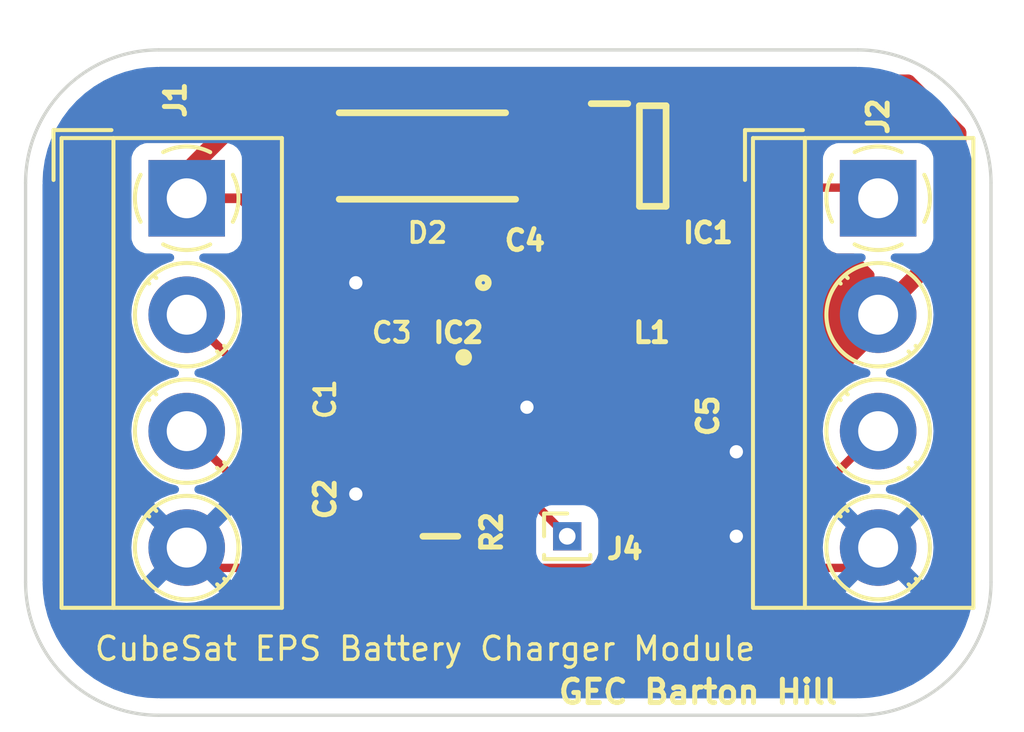
<source format=kicad_pcb>
(kicad_pcb (version 20211014) (generator pcbnew)
  (layers (0 "F.Cu" signal) (31 "B.Cu" signal) (34 "B.Paste" user) (35 "F.Paste" user) (36 "B.SilkS" user "B.Silkscreen") (37 "F.SilkS" user "F.Silkscreen") (38 "B.Mask" user) (39 "F.Mask" user) (44 "Edge.Cuts" user))
  (net 0 "")
  (net 1 "Earth")
  (net 2 "Net-(D2-Pad1)")
  (net 3 "Net-(IC2-Pad3)")
  (net 4 "Net-(IC2-Pad4)")
  (net 6 "Net-(IC2-Pad7)")
  (net 8 "Net-(C1-Pad1)")
  (net 9 "Net-(C2-Pad1)")
  (net 10 "Net-(C3-Pad1)")
  (net 11 "Net-(C4-Pad1)")
  (net 12 "Net-(C4-Pad2)")
  (net 13 "Net-(C5-Pad1)")
  (net 14 "Net-(IC2-Pad6)")
  (footprint "30k rst:RESC2012X70N" (layer "F.Cu") (at 146.05 64.77 90)
    (fp_text reference "R2" (at 0.12 1.54 90) (layer "F.SilkS") (effects (font (size 0.6 0.6))))
    (fp_text value "30k" hide)
    (fp_line (start 0 -0.525) (end 0 0.525) (layer "F.SilkS") (width 0.2))
    (pad "1" smd rect (at -0.95 0 90) (size 1.05 1.4) (layers "F.Cu" "F.Paste" "F.Mask") (net 1 "Earth"))
    (pad "2" smd rect (at 0.95 0 90) (size 1.05 1.4) (layers "F.Cu" "F.Paste" "F.Mask") (net 4 "Net-(IC2-Pad4)"))
  )
  (footprint "Schottky dd:DIOM5026X220N" (layer "F.Cu") (at 145.51 53.34 180)
    (fp_text reference "D2" (at -0.15 -2.31) (layer "F.SilkS") (effects (font (size 0.6 0.6) (thickness 0.12))))
    (fp_text value "RBR3L40ADD" hide)
    (fp_line (start 2.5 -1.3) (end -2.8 -1.3) (layer "F.SilkS") (width 0.2))
    (fp_line (start -2.5 1.3) (end 2.5 1.3) (layer "F.SilkS") (width 0.2))
    (pad "1" smd rect (at -2 0 270) (size 1.6 2.25) (layers "F.Cu" "F.Paste" "F.Mask") (net 2 "Net-(D2-Pad1)"))
    (pad "2" smd rect (at 2 0 270) (size 1.6 2.25) (layers "F.Cu" "F.Paste" "F.Mask") (net 8 "Net-(C1-Pad1)"))
  )
  (footprint "47nF:C1005_Commercial" (layer "F.Cu") (at 148.59 57.15)
    (fp_text reference "C4" (at 0 -1.27) (layer "F.SilkS") (effects (font (size 0.6 0.6))))
    (fp_text value "47nF" hide)
    (fp_circle (center -1.25 0) (end -1.25 0.05) (layer "F.SilkS") (width 0.2) (fill none))
    (pad "1" smd rect (at -0.4 0) (size 0.4 0.5) (layers "F.Cu" "F.Paste" "F.Mask") (net 11 "Net-(C4-Pad1)"))
    (pad "2" smd rect (at 0.4 0) (size 0.4 0.5) (layers "F.Cu" "F.Paste" "F.Mask") (net 12 "Net-(C4-Pad2)"))
  )
  (footprint "10uF MLCC:CAPC2012X94N" (layer "F.Cu") (at 145.59 57.15 180)
    (fp_text reference "C3" (at 1 -1.5 180) (layer "F.SilkS") (effects (font (size 0.6 0.6) (thickness 0.12))))
    (fp_text value "10uF" hide)
    (pad "1" smd rect (at -0.81 0 180) (size 1.02 1.47) (layers "F.Cu" "F.Paste" "F.Mask") (net 10 "Net-(C3-Pad1)"))
    (pad "2" smd rect (at 0.81 0 180) (size 1.02 1.47) (layers "F.Cu" "F.Paste" "F.Mask") (net 1 "Earth"))
  )
  (footprint "1uH indc:IHHP0805ZHER1R0M01" (layer "F.Cu") (at 152.4 57.15)
    (fp_text reference "L1" (at 0 1.5) (layer "F.SilkS") (effects (font (size 0.6 0.6))))
    (fp_text value "1uH" hide)
    (pad "1" smd rect (at -0.88265 0) (size 1.1557 1.397) (layers "F.Cu" "F.Paste" "F.Mask") (net 12 "Net-(C4-Pad2)"))
    (pad "2" smd rect (at 0.88265 0) (size 1.1557 1.397) (layers "F.Cu" "F.Paste" "F.Mask") (net 13 "Net-(C5-Pad1)"))
  )
  (footprint "PFET:SOT95P284X110-6N" (layer "F.Cu") (at 152.43 53.34)
    (fp_text reference "IC1" (at 1.66 2.31) (layer "F.SilkS") (effects (font (size 0.6 0.6))))
    (fp_text value "SI3483DDV-T1-BE3" hide)
    (fp_line (start -1.85 -1.575) (end -0.75 -1.575) (layer "F.SilkS") (width 0.2))
    (fp_line (start -0.4 1.512) (end -0.4 -1.512) (layer "F.SilkS") (width 0.2))
    (fp_line (start 0.4 -1.512) (end 0.4 1.512) (layer "F.SilkS") (width 0.2))
    (fp_line (start 0.4 1.512) (end -0.4 1.512) (layer "F.SilkS") (width 0.2))
    (fp_line (start -0.4 -1.512) (end 0.4 -1.512) (layer "F.SilkS") (width 0.2))
    (pad "1" smd rect (at -1.3 -0.95 90) (size 0.55 1.1) (layers "F.Cu" "F.Paste" "F.Mask") (net 13 "Net-(C5-Pad1)"))
    (pad "2" smd rect (at -1.3 0 90) (size 0.55 1.1) (layers "F.Cu" "F.Paste" "F.Mask") (net 13 "Net-(C5-Pad1)"))
    (pad "3" smd rect (at -1.3 0.95 90) (size 0.55 1.1) (layers "F.Cu" "F.Paste" "F.Mask") (net 2 "Net-(D2-Pad1)"))
    (pad "4" smd rect (at 1.3 0.95 90) (size 0.55 1.1) (layers "F.Cu" "F.Paste" "F.Mask") (net 10 "Net-(C3-Pad1)"))
    (pad "5" smd rect (at 1.3 0 90) (size 0.55 1.1) (layers "F.Cu" "F.Paste" "F.Mask") (net 13 "Net-(C5-Pad1)"))
    (pad "6" smd rect (at 1.3 -0.95 90) (size 0.55 1.1) (layers "F.Cu" "F.Paste" "F.Mask") (net 13 "Net-(C5-Pad1)"))
  )
  (footprint "Boost LTC3426:TerminalBlock_MetzConnect_Type059_RT06304HBWC_1x04_P3.50mm_Horizontal" (layer "F.Cu") (at 138.43 54.61 -90)
    (fp_text reference "J1" (at -2.96 0.34 -90) (layer "F.SilkS") (effects (font (size 0.6 0.6))))
    (fp_text value "Screw_Terminal_01x04")
    (fp_line (start 12.31 -2.86) (end 12.31 3.76) (layer "F.SilkS") (width 0.12))
    (fp_line (start 6.065 1.125) (end 6.011 1.18) (layer "F.SilkS") (width 0.12))
    (fp_line (start 9.565 1.125) (end 9.511 1.18) (layer "F.SilkS") (width 0.12))
    (fp_line (start 2.397 0.914) (end 2.321 0.99) (layer "F.SilkS") (width 0.12))
    (fp_line (start 11.68 -0.99) (end 11.604 -0.914) (layer "F.SilkS") (width 0.12))
    (fp_line (start 8.18 -0.99) (end 8.104 -0.914) (layer "F.SilkS") (width 0.12))
    (fp_line (start -1.81 2.2) (end 12.31 2.2) (layer "F.SilkS") (width 0.12))
    (fp_line (start -2.05 4) (end -0.55 4) (layer "F.SilkS") (width 0.12))
    (fp_line (start -1.81 -2.86) (end 12.31 -2.86) (layer "F.SilkS") (width 0.12))
    (fp_line (start 4.49 -1.18) (end 4.436 -1.126) (layer "F.SilkS") (width 0.12))
    (fp_line (start 2.565 1.125) (end 2.511 1.18) (layer "F.SilkS") (width 0.12))
    (fp_line (start -2.05 2.26) (end -2.05 4) (layer "F.SilkS") (width 0.12))
    (fp_line (start 4.68 -0.99) (end 4.604 -0.914) (layer "F.SilkS") (width 0.12))
    (fp_line (start 9.397 0.914) (end 9.321 0.99) (layer "F.SilkS") (width 0.12))
    (fp_line (start -1.81 3.76) (end 12.31 3.76) (layer "F.SilkS") (width 0.12))
    (fp_line (start -1.81 -2.86) (end -1.81 3.76) (layer "F.SilkS") (width 0.12))
    (fp_line (start 7.99 -1.18) (end 7.936 -1.126) (layer "F.SilkS") (width 0.12))
    (fp_line (start 11.49 -1.18) (end 11.436 -1.126) (layer "F.SilkS") (width 0.12))
    (fp_line (start 5.897 0.914) (end 5.821 0.99) (layer "F.SilkS") (width 0.12))
    (fp_arc (start 0.026444 1.555682) (mid -0.350695 1.515869) (end -0.707 1.386) (layer "F.SilkS") (width 0.12))
    (fp_arc (start -1.386645 0.705733) (mid -1.555906 -0.000711) (end -1.386 -0.707) (layer "F.SilkS") (width 0.12))
    (fp_arc (start -0.705733 -1.386645) (mid 0.000711 -1.555906) (end 0.707 -1.386) (layer "F.SilkS") (width 0.12))
    (fp_arc (start 0.705955 1.385515) (mid 0.363007 1.512035) (end 0 1.555) (layer "F.SilkS") (width 0.12))
    (fp_arc (start 1.386645 -0.705733) (mid 1.555906 0.000711) (end 1.386 0.707) (layer "F.SilkS") (width 0.12))
    (fp_circle (center 10.5 0) (end 12.055 0) (layer "F.SilkS") (width 0.12) (fill none))
    (fp_circle (center 7 0) (end 8.555 0) (layer "F.SilkS") (width 0.12) (fill none))
    (fp_circle (center 3.5 0) (end 5.055 0) (layer "F.SilkS") (width 0.12) (fill none))
    (pad "1" thru_hole rect (at 0 0 270) (size 2.3 2.3) (drill 1.2) (layers *.Cu *.Mask) (net 8 "Net-(C1-Pad1)"))
    (pad "2" thru_hole circle (at 3.5 0 270) (size 2.3 2.3) (drill 1.2) (layers *.Cu *.Mask) (net 9 "Net-(C2-Pad1)"))
    (pad "3" thru_hole circle (at 7 0 270) (size 2.3 2.3) (drill 1.2) (layers *.Cu *.Mask) (net 3 "Net-(IC2-Pad3)"))
    (pad "4" thru_hole circle (at 10.5 0 270) (size 2.3 2.3) (drill 1.2) (layers *.Cu *.Mask) (net 1 "Earth"))
  )
  (footprint "2.2uF:CAPC0603X33N" (layer "F.Cu") (at 143.51 62.23 -90)
    (fp_text reference "C2" (at 1.42 0.92 90) (layer "F.SilkS") (effects (font (size 0.6 0.6))))
    (fp_text value "2.2uF" hide)
    (pad "1" smd rect (at -0.33 0) (size 0.42 0.46) (layers "F.Cu" "F.Paste" "F.Mask") (net 9 "Net-(C2-Pad1)"))
    (pad "2" smd rect (at 0.33 0) (size 0.42 0.46) (layers "F.Cu" "F.Paste" "F.Mask") (net 1 "Earth"))
  )
  (footprint "10uF MLCC:CAPC2012X94N" (layer "F.Cu") (at 152.4889 61.42 -90)
    (fp_text reference "C5" (at -0.27 -1.6011 -90) (layer "F.SilkS") (effects (font (size 0.6 0.6))))
    (fp_text value "10uF" hide)
    (pad "1" smd rect (at -0.81 0 270) (size 1.02 1.47) (layers "F.Cu" "F.Paste" "F.Mask") (net 13 "Net-(C5-Pad1)"))
    (pad "2" smd rect (at 0.81 0 270) (size 1.02 1.47) (layers "F.Cu" "F.Paste" "F.Mask") (net 1 "Earth"))
  )
  (footprint "Charger bq 25302:QFN50P300X300X80-17N-D" (layer "F.Cu") (at 148.65 60.89)
    (fp_text reference "IC2" (at -2.06 -2.24) (layer "F.SilkS") (effects (font (size 0.6 0.6))))
    (fp_text value "BQ25302RTER" hide)
    (fp_circle (center -1.9 -1.5) (end -1.9 -1.375) (layer "F.SilkS") (width 0.25) (fill none))
    (pad "1" smd rect (at -1.5 -0.75 90) (size 0.3 0.8) (layers "F.Cu" "F.Paste" "F.Mask") (net 8 "Net-(C1-Pad1)"))
    (pad "2" smd rect (at -1.5 -0.25 90) (size 0.3 0.8) (layers "F.Cu" "F.Paste" "F.Mask") (net 9 "Net-(C2-Pad1)"))
    (pad "3" smd rect (at -1.5 0.25 90) (size 0.3 0.8) (layers "F.Cu" "F.Paste" "F.Mask") (net 3 "Net-(IC2-Pad3)"))
    (pad "4" smd rect (at -1.5 0.75 90) (size 0.3 0.8) (layers "F.Cu" "F.Paste" "F.Mask") (net 4 "Net-(IC2-Pad4)"))
    (pad "5" smd rect (at -0.75 1.5) (size 0.3 0.8) (layers "F.Cu" "F.Paste" "F.Mask"))
    (pad "6" smd rect (at -0.25 1.5) (size 0.3 0.8) (layers "F.Cu" "F.Paste" "F.Mask") (net 14 "Net-(IC2-Pad6)"))
    (pad "7" smd rect (at 0.25 1.5) (size 0.3 0.8) (layers "F.Cu" "F.Paste" "F.Mask") (net 6 "Net-(IC2-Pad7)"))
    (pad "8" smd rect (at 0.75 1.5) (size 0.3 0.8) (layers "F.Cu" "F.Paste" "F.Mask"))
    (pad "9" smd rect (at 1.5 0.75 90) (size 0.3 0.8) (layers "F.Cu" "F.Paste" "F.Mask") (net 1 "Earth"))
    (pad "10" smd rect (at 1.5 0.25 90) (size 0.3 0.8) (layers "F.Cu" "F.Paste" "F.Mask") (net 13 "Net-(C5-Pad1)"))
    (pad "11" smd rect (at 1.5 -0.25 90) (size 0.3 0.8) (layers "F.Cu" "F.Paste" "F.Mask") (net 1 "Earth"))
    (pad "12" smd rect (at 1.5 -0.75 90) (size 0.3 0.8) (layers "F.Cu" "F.Paste" "F.Mask") (net 1 "Earth"))
    (pad "13" smd rect (at 0.75 -1.5) (size 0.3 0.8) (layers "F.Cu" "F.Paste" "F.Mask") (net 12 "Net-(C4-Pad2)"))
    (pad "14" smd rect (at 0.25 -1.5) (size 0.3 0.8) (layers "F.Cu" "F.Paste" "F.Mask") (net 12 "Net-(C4-Pad2)"))
    (pad "15" smd rect (at -0.25 -1.5) (size 0.3 0.8) (layers "F.Cu" "F.Paste" "F.Mask") (net 11 "Net-(C4-Pad1)"))
    (pad "16" smd rect (at -0.75 -1.5) (size 0.3 0.8) (layers "F.Cu" "F.Paste" "F.Mask") (net 10 "Net-(C3-Pad1)"))
    (pad "17" smd rect (at 0 0) (size 1.76 1.76) (layers "F.Cu" "F.Paste" "F.Mask") (net 1 "Earth"))
  )
  (footprint "2.2uF:CAPC0603X33N" (layer "F.Cu") (at 143.51 59.69 90)
    (fp_text reference "C1" (at -0.96 -0.92 90) (layer "F.SilkS") (effects (font (size 0.6 0.6) (thickness 0.12))))
    (fp_text value "2.2uF" hide)
    (pad "1" smd rect (at -0.33 0 180) (size 0.42 0.46) (layers "F.Cu" "F.Paste" "F.Mask") (net 8 "Net-(C1-Pad1)"))
    (pad "2" smd rect (at 0.33 0 180) (size 0.42 0.46) (layers "F.Cu" "F.Paste" "F.Mask") (net 1 "Earth"))
  )
  (footprint "Boost LTC3426:TerminalBlock_MetzConnect_Type059_RT06304HBWC_1x04_P3.50mm_Horizontal" (layer "F.Cu") (at 159.2 54.61 -90)
    (fp_text reference "J2" (at -2.46 -0.000711 -90) (layer "F.SilkS") (effects (font (size 0.6 0.6))))
    (fp_text value "Screw_Terminal_01x04")
    (fp_line (start 6.065 1.125) (end 6.011 1.18) (layer "F.SilkS") (width 0.12))
    (fp_line (start 7.99 -1.18) (end 7.936 -1.126) (layer "F.SilkS") (width 0.12))
    (fp_line (start 8.18 -0.99) (end 8.104 -0.914) (layer "F.SilkS") (width 0.12))
    (fp_line (start 2.565 1.125) (end 2.511 1.18) (layer "F.SilkS") (width 0.12))
    (fp_line (start 4.49 -1.18) (end 4.436 -1.126) (layer "F.SilkS") (width 0.12))
    (fp_line (start 2.397 0.914) (end 2.321 0.99) (layer "F.SilkS") (width 0.12))
    (fp_line (start 9.397 0.914) (end 9.321 0.99) (layer "F.SilkS") (width 0.12))
    (fp_line (start 5.897 0.914) (end 5.821 0.99) (layer "F.SilkS") (width 0.12))
    (fp_line (start -1.81 -2.86) (end -1.81 3.76) (layer "F.SilkS") (width 0.12))
    (fp_line (start -1.81 -2.86) (end 12.31 -2.86) (layer "F.SilkS") (width 0.12))
    (fp_line (start 4.68 -0.99) (end 4.604 -0.914) (layer "F.SilkS") (width 0.12))
    (fp_line (start -1.81 3.76) (end 12.31 3.76) (layer "F.SilkS") (width 0.12))
    (fp_line (start -2.05 4) (end -0.55 4) (layer "F.SilkS") (width 0.12))
    (fp_line (start 11.68 -0.99) (end 11.604 -0.914) (layer "F.SilkS") (width 0.12))
    (fp_line (start -2.05 2.26) (end -2.05 4) (layer "F.SilkS") (width 0.12))
    (fp_line (start 9.565 1.125) (end 9.511 1.18) (layer "F.SilkS") (width 0.12))
    (fp_line (start -1.81 2.2) (end 12.31 2.2) (layer "F.SilkS") (width 0.12))
    (fp_line (start 11.49 -1.18) (end 11.436 -1.126) (layer "F.SilkS") (width 0.12))
    (fp_line (start 12.31 -2.86) (end 12.31 3.76) (layer "F.SilkS") (width 0.12))
    (fp_arc (start -1.386645 0.705733) (mid -1.555906 -0.000711) (end -1.386 -0.707) (layer "F.SilkS") (width 0.12))
    (fp_arc (start 0.026444 1.555682) (mid -0.350695 1.515869) (end -0.707 1.386) (layer "F.SilkS") (width 0.12))
    (fp_arc (start -0.705733 -1.386645) (mid 0.000711 -1.555906) (end 0.707 -1.386) (layer "F.SilkS") (width 0.12))
    (fp_arc (start 0.705955 1.385515) (mid 0.363007 1.512035) (end 0 1.555) (layer "F.SilkS") (width 0.12))
    (fp_arc (start 1.386645 -0.705733) (mid 1.555906 0.000711) (end 1.386 0.707) (layer "F.SilkS") (width 0.12))
    (fp_circle (center 3.5 0) (end 5.055 0) (layer "F.SilkS") (width 0.12) (fill none))
    (fp_circle (center 10.5 0) (end 12.055 0) (layer "F.SilkS") (width 0.12) (fill none))
    (fp_circle (center 7 0) (end 8.555 0) (layer "F.SilkS") (width 0.12) (fill none))
    (pad "1" thru_hole rect (at 0 0 270) (size 2.3 2.3) (drill 1.2) (layers *.Cu *.Mask) (net 10 "Net-(C3-Pad1)"))
    (pad "2" thru_hole circle (at 3.5 0 270) (size 2.3 2.3) (drill 1.2) (layers *.Cu *.Mask) (net 13 "Net-(C5-Pad1)"))
    (pad "3" thru_hole circle (at 7 0 270) (size 2.3 2.3) (drill 1.2) (layers *.Cu *.Mask) (net 6 "Net-(IC2-Pad7)"))
    (pad "4" thru_hole circle (at 10.5 0 270) (size 2.3 2.3) (drill 1.2) (layers *.Cu *.Mask) (net 1 "Earth"))
  )
  (footprint "Connector_PinHeader_1.00mm:PinHeader_1x01_P1.00mm_Vertical" (layer "F.Cu") (at 149.86 64.77)
    (fp_text reference "J4" (at 1.73 0.38) (layer "F.SilkS") (effects (font (size 0.6 0.6))))
    (fp_text value "EN")
    (fp_line (start -0.695 0.685) (end -0.608276 0.685) (layer "F.SilkS") (width 0.12))
    (fp_line (start 0.608276 0.685) (end 0.695 0.685) (layer "F.SilkS") (width 0.12))
    (fp_line (start -0.695 0.685) (end 0.695 0.685) (layer "F.SilkS") (width 0.12))
    (fp_line (start 0.695 0.685) (end 0.695 0.56) (layer "F.SilkS") (width 0.12))
    (fp_line (start -0.695 0) (end -0.695 -0.685) (layer "F.SilkS") (width 0.12))
    (fp_line (start -0.695 0.685) (end -0.695 0.56) (layer "F.SilkS") (width 0.12))
    (fp_line (start -0.695 -0.685) (end 0 -0.685) (layer "F.SilkS") (width 0.12))
    (pad "1" thru_hole rect (at 0 0) (size 0.85 0.85) (drill 0.5) (layers *.Cu *.Mask) (net 14 "Net-(IC2-Pad6)"))
  )
  (gr_line (start 133.59 66.15) (end 133.59 54.15) (layer "Edge.Cuts") (width 0.1))
  (gr_arc (start 137.59 70.15) (mid 134.761573 68.978427) (end 133.59 66.15) (layer "Edge.Cuts") (width 0.1))
  (gr_line (start 137.59 50.15) (end 158.59 50.15) (layer "Edge.Cuts") (width 0.1))
  (gr_arc (start 162.59 66.15) (mid 161.418427 68.978427) (end 158.59 70.15) (layer "Edge.Cuts") (width 0.1))
  (gr_arc (start 133.59 54.15) (mid 134.761573 51.321573) (end 137.59 50.15) (layer "Edge.Cuts") (width 0.1))
  (gr_line (start 162.59 54.15) (end 162.59 66.15) (layer "Edge.Cuts") (width 0.1))
  (gr_arc (start 158.59 50.15) (mid 161.418427 51.321573) (end 162.59 54.15) (layer "Edge.Cuts") (width 0.1))
  (gr_line (start 158.59 70.15) (end 137.59 70.15) (layer "Edge.Cuts") (width 0.1))
  (gr_text "GEC Barton Hill" (at 153.79 69.45) (layer "F.SilkS") (effects (font (size 0.7 0.7))))
  (gr_text "CubeSat EPS Battery Charger Module" (at 145.59 68.15) (layer "F.SilkS") (effects (font (size 0.7 0.7) (thickness 0.1))))
  (segment (start 157.16 65.72) (end 158.59 65.72) (width 0.25) (layer "F.Cu") (net 1))
  (segment (start 146.05 65.72) (end 157.16 65.72) (width 0.25) (layer "F.Cu") (net 1))
  (segment (start 150.15 60.64) (end 150.15 60.14) (width 0.25) (layer "F.Cu") (net 1))
  (segment (start 149.4 60.14) (end 150.15 60.14) (width 0.25) (layer "F.Cu") (net 1))
  (segment (start 150.74 62.23) (end 150.15 61.64) (width 0.25) (layer "F.Cu") (net 1))
  (segment (start 152.4889 62.23) (end 154.94 62.23) (width 0.25) (layer "F.Cu") (net 1))
  (segment (start 158.59 65.72) (end 159.2 65.11) (width 0.25) (layer "F.Cu") (net 1))
  (segment (start 149.4 61.64) (end 148.65 60.89) (width 0.25) (layer "F.Cu") (net 1))
  (segment (start 156.21 64.77) (end 157.16 65.72) (width 0.25) (layer "F.Cu") (net 1))
  (segment (start 143.51 62.56) (end 143.51 63.5) (width 0.35) (layer "F.Cu") (net 1))
  (segment (start 148.65 60.89) (end 149.4 60.14) (width 0.25) (layer "F.Cu") (net 1))
  (segment (start 154.94 64.77) (end 156.21 64.77) (width 0.25) (layer "F.Cu") (net 1))
  (segment (start 152.4889 62.23) (end 150.74 62.23) (width 0.25) (layer "F.Cu") (net 1))
  (segment (start 146.05 65.72) (end 139.04 65.72) (width 0.25) (layer "F.Cu") (net 1))
  (segment (start 139.04 65.72) (end 138.43 65.11) (width 0.25) (layer "F.Cu") (net 1))
  (segment (start 150.15 61.64) (end 149.4 61.64) (width 0.25) (layer "F.Cu") (net 1))
  (via (at 148.65 60.89) (size 0.8) (drill 0.4) (layers "F.Cu" "B.Cu") (net 1))
  (via (at 143.51 57.15) (size 0.8) (drill 0.4) (layers "F.Cu" "B.Cu") (net 1))
  (via (at 154.94 62.23) (size 0.8) (drill 0.4) (layers "F.Cu" "B.Cu") (net 1))
  (via (at 143.51 63.5) (size 0.8) (drill 0.4) (layers "F.Cu" "B.Cu") (net 1))
  (via (at 154.94 64.77) (size 0.8) (drill 0.4) (layers "F.Cu" "B.Cu") (net 1))
  (segment (start 148.46 54.29) (end 147.51 53.34) (width 0.52) (layer "F.Cu") (net 2))
  (segment (start 151.13 54.29) (end 148.46 54.29) (width 0.52) (layer "F.Cu") (net 2))
  (segment (start 144.59 62.65) (end 144.59 63.65) (width 0.25) (layer "F.Cu") (net 3))
  (segment (start 144.59 64.15) (end 144.09 64.65) (width 0.25) (layer "F.Cu") (net 3))
  (segment (start 146.1 61.14) (end 144.59 62.65) (width 0.25) (layer "F.Cu") (net 3))
  (segment (start 147.15 61.14) (end 146.1 61.14) (width 0.25) (layer "F.Cu") (net 3))
  (segment (start 144.59 63.65) (end 144.59 64.15) (width 0.25) (layer "F.Cu") (net 3))
  (segment (start 140.59 64.65) (end 144.09 64.65) (width 0.25) (layer "F.Cu") (net 3))
  (segment (start 139.97 63.15) (end 139.97 64.03) (width 0.25) (layer "F.Cu") (net 3))
  (segment (start 139.97 64.03) (end 140.59 64.65) (width 0.25) (layer "F.Cu") (net 3))
  (segment (start 138.43 61.61) (end 139.97 63.15) (width 0.25) (layer "F.Cu") (net 3))
  (segment (start 147.15 62.72) (end 146.05 63.82) (width 0.25) (layer "F.Cu") (net 4))
  (segment (start 147.15 61.64) (end 147.15 62.72) (width 0.25) (layer "F.Cu") (net 4))
  (segment (start 157.31 63.5) (end 159.2 61.61) (width 0.25) (layer "F.Cu") (net 6))
  (segment (start 148.9 62.39) (end 148.9 63.09) (width 0.25) (layer "F.Cu") (net 6))
  (segment (start 148.9 63.09) (end 149.31 63.5) (width 0.25) (layer "F.Cu") (net 6))
  (segment (start 149.31 63.5) (end 157.31 63.5) (width 0.25) (layer "F.Cu") (net 6))
  (segment (start 140.05 54.61) (end 138.43 54.61) (width 0.29) (layer "F.Cu") (net 8))
  (segment (start 138.43 53.81) (end 140.09 52.15) (width 0.52) (layer "F.Cu") (net 8))
  (segment (start 147.15 60.14) (end 143.63 60.14) (width 0.29) (layer "F.Cu") (net 8))
  (segment (start 141.59 58.6) (end 141.59 56.15) (width 0.29) (layer "F.Cu") (net 8))
  (segment (start 141.59 56.15) (end 140.05 54.61) (width 0.29) (layer "F.Cu") (net 8))
  (segment (start 143.51 60.02) (end 143.01 60.02) (width 0.29) (layer "F.Cu") (net 8))
  (segment (start 142.32 52.15) (end 143.51 53.34) (width 0.52) (layer "F.Cu") (net 8))
  (segment (start 140.09 52.15) (end 142.32 52.15) (width 0.52) (layer "F.Cu") (net 8))
  (segment (start 143.01 60.02) (end 141.59 58.6) (width 0.29) (layer "F.Cu") (net 8))
  (segment (start 138.43 54.61) (end 138.43 53.81) (width 0.52) (layer "F.Cu") (net 8))
  (segment (start 143.63 60.14) (end 143.51 60.02) (width 0.29) (layer "F.Cu") (net 8))
  (segment (start 142.22 61.9) (end 138.43 58.11) (width 0.25) (layer "F.Cu") (net 9))
  (segment (start 147.15 60.64) (end 144.77 60.64) (width 0.25) (layer "F.Cu") (net 9))
  (segment (start 143.51 61.9) (end 142.22 61.9) (width 0.25) (layer "F.Cu") (net 9))
  (segment (start 144.77 60.64) (end 143.51 61.9) (width 0.25) (layer "F.Cu") (net 9))
  (segment (start 146.4 56.34) (end 147.59 55.15) (width 0.25) (layer "F.Cu") (net 10))
  (segment (start 147.59 55.15) (end 152.87 55.15) (width 0.25) (layer "F.Cu") (net 10))
  (segment (start 147.9 58.65) (end 146.4 57.15) (width 0.25) (layer "F.Cu") (net 10))
  (segment (start 146.4 57.15) (end 146.4 56.34) (width 0.25) (layer "F.Cu") (net 10))
  (segment (start 153.73 54.29) (end 158.88 54.29) (width 0.25) (layer "F.Cu") (net 10))
  (segment (start 152.87 55.15) (end 153.73 54.29) (width 0.25) (layer "F.Cu") (net 10))
  (segment (start 158.88 54.29) (end 159.2 54.61) (width 0.25) (layer "F.Cu") (net 10))
  (segment (start 147.9 59.39) (end 147.9 58.65) (width 0.25) (layer "F.Cu") (net 10))
  (segment (start 148.19 57.15) (end 148.4 57.36) (width 0.25) (layer "F.Cu") (net 11))
  (segment (start 148.4 57.36) (end 148.4 59.39) (width 0.25) (layer "F.Cu") (net 11))
  (segment (start 148.9 59.39) (end 149.4 59.39) (width 0.25) (layer "F.Cu") (net 12))
  (segment (start 159.2 58.11) (end 161.59 55.72) (width 0.52) (layer "F.Cu") (net 13))
  (segment (start 156.09 51.15) (end 154.85 52.39) (width 0.52) (layer "F.Cu") (net 13))
  (segment (start 151.9589 61.14) (end 152.4889 60.61) (width 0.29) (layer "F.Cu") (net 13))
  (segment (start 161.59 52.65) (end 160.09 51.15) (width 0.52) (layer "F.Cu") (net 13))
  (segment (start 158.24 57.15) (end 159.2 58.11) (width 0.29) (layer "F.Cu") (net 13))
  (segment (start 150.15 61.14) (end 151.9589 61.14) (width 0.29) (layer "F.Cu") (net 13))
  (segment (start 154.85 52.39) (end 153.73 52.39) (width 0.52) (layer "F.Cu") (net 13))
  (segment (start 161.59 55.72) (end 161.59 52.65) (width 0.52) (layer "F.Cu") (net 13))
  (segment (start 160.09 51.15) (end 156.09 51.15) (width 0.52) (layer "F.Cu") (net 13))
  (segment (start 148.4 63.31) (end 148.4 62.39) (width 0.25) (layer "F.Cu") (net 14))
  (segment (start 149.86 64.77) (end 148.4 63.31) (width 0.25) (layer "F.Cu") (net 14))
  (zone (net 1) (net_name "Earth") (layer "F.Cu") (connect_pads yes (clearance 0.508)) (min_thickness 0.254) (fill yes (thermal_gap 0.508) (thermal_bridge_width 0.508) (smoothing chamfer) (radius 0.7))
    (polygon (pts (xy 145.28 60.19) (xy 142.24 60.19) (xy 142.24 55.11) (xy 145.28 55.11)))
  )
  (zone (net 12) (net_name "Net-(C4-Pad2)") (layer "F.Cu") (connect_pads yes (clearance 0.508)) (min_thickness 0.254) (fill yes (thermal_gap 0.508) (thermal_bridge_width 0.508) (smoothing chamfer) (radius 0.7))
    (polygon (pts (xy 151.9 57.15) (xy 151.13 58.42) (xy 151.13 59.69) (xy 148.59 59.69) (xy 148.59 55.88) (xy 151.9 55.88)))
  )
  (zone (net 13) (net_name "Net-(C5-Pad1)") (layer "F.Cu") (connect_pads yes (clearance 0.508)) (min_thickness 0.254) (fill yes (thermal_gap 0.508) (thermal_bridge_width 0.508) (smoothing chamfer) (radius 0.7))
    (polygon (pts (xy 159.09 59.65) (xy 157.09 59.65) (xy 157.09 61.15) (xy 151.59 61.15) (xy 151.59 59.15) (xy 152.59 59.15) (xy 152.59 56.15) (xy 159.09 56.15)))
  )
  (zone (net 13) (net_name "Net-(C5-Pad1)") (layer "F.Cu") (connect_pads yes (clearance 0.508)) (min_thickness 0.254) (fill yes (thermal_gap 0.508) (thermal_bridge_width 0.508) (smoothing chamfer) (radius 0.7))
    (polygon (pts (xy 154.67 53.84) (xy 150.13 53.84) (xy 150.13 51.57) (xy 154.67 51.57)))
  )
  (zone (net 1) (net_name "Earth") (layer "B.Cu") (connect_pads (clearance 0.508)) (min_thickness 0.254) (fill yes (thermal_gap 0.508) (thermal_bridge_width 0.508) (smoothing fillet))
    (polygon (pts (xy 163.59 70.65) (xy 133.09 70.65) (xy 133.09 48.65) (xy 163.59 48.65)))
  )
)
</source>
